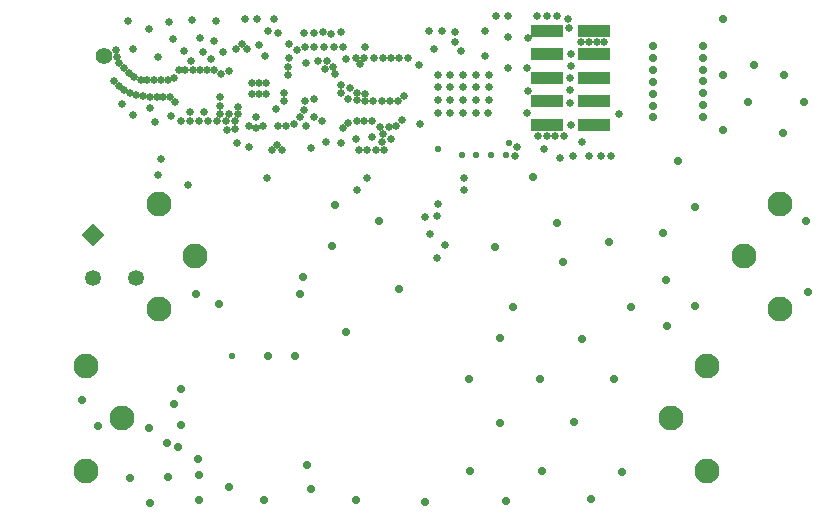
<source format=gbs>
G04 Layer_Color=16711935*
%FSLAX25Y25*%
%MOIN*%
G70*
G01*
G75*
%ADD91C,0.02172*%
%ADD92C,0.05321*%
%ADD93P,0.07525X4X360.0*%
%ADD94C,0.00400*%
%ADD95C,0.05518*%
%ADD96C,0.08274*%
%ADD97C,0.02762*%
%ADD98C,0.02762*%
%ADD99C,0.02565*%
%ADD100C,0.02565*%
%ADD101R,0.10636X0.04337*%
D91*
X219019Y182362D02*
D03*
X242641Y184331D02*
D03*
X241460Y180394D02*
D03*
X236736D02*
D03*
X231618D02*
D03*
X226893D02*
D03*
X150350Y113268D02*
D03*
D92*
X118130Y139386D02*
D03*
X103988D02*
D03*
D93*
Y153528D02*
D03*
D94*
X142378Y115138D02*
D03*
X79740Y177775D02*
D03*
Y115138D02*
D03*
X142378Y177775D02*
D03*
D95*
X107437Y213386D02*
D03*
D96*
X126020Y128957D02*
D03*
Y163957D02*
D03*
X333028Y128957D02*
D03*
Y163957D02*
D03*
X321020Y146457D02*
D03*
X138028D02*
D03*
X308539Y110020D02*
D03*
Y75020D02*
D03*
X101532Y110020D02*
D03*
Y75020D02*
D03*
X113539Y92520D02*
D03*
X296532D02*
D03*
D97*
X105744Y90039D02*
D03*
X100429Y98701D02*
D03*
X295232Y123110D02*
D03*
X116177Y72480D02*
D03*
X122988Y64095D02*
D03*
X149406Y69606D02*
D03*
X176728Y69055D02*
D03*
X173972Y139449D02*
D03*
X172831Y133780D02*
D03*
X183579Y150079D02*
D03*
X138264Y133819D02*
D03*
X130902Y97323D02*
D03*
X133185Y90118D02*
D03*
X162279Y113110D02*
D03*
X294917Y138583D02*
D03*
X267004Y118976D02*
D03*
X243894Y129606D02*
D03*
X269917Y65512D02*
D03*
X264248Y91102D02*
D03*
X277673Y105748D02*
D03*
X252988D02*
D03*
X229248Y105630D02*
D03*
X253500Y74882D02*
D03*
X229720Y74803D02*
D03*
X333894Y187441D02*
D03*
X334209Y206850D02*
D03*
X341098Y198071D02*
D03*
X322358Y197756D02*
D03*
X313815Y206968D02*
D03*
X324248Y210118D02*
D03*
X313815Y188465D02*
D03*
Y225472D02*
D03*
X175127Y76917D02*
D03*
X133146Y102317D02*
D03*
X139091Y79011D02*
D03*
X122752Y89291D02*
D03*
X298854Y178307D02*
D03*
X132358Y82992D02*
D03*
X128539Y84252D02*
D03*
X129051Y72913D02*
D03*
X145823Y130748D02*
D03*
X184500Y163500D02*
D03*
X260641Y144734D02*
D03*
X258447Y157702D02*
D03*
X238099Y149522D02*
D03*
X275803Y151318D02*
D03*
X206080Y135558D02*
D03*
X199397Y158400D02*
D03*
X250567Y173063D02*
D03*
D98*
X283185Y129606D02*
D03*
X188303Y121221D02*
D03*
X239642Y119095D02*
D03*
X241453Y64882D02*
D03*
X280114Y74528D02*
D03*
X139130Y65236D02*
D03*
X161098Y65197D02*
D03*
X191453Y65315D02*
D03*
X139209Y73740D02*
D03*
X214602Y64646D02*
D03*
X239524Y90827D02*
D03*
X304720Y129764D02*
D03*
X294091Y154409D02*
D03*
X304563Y162835D02*
D03*
X342201Y134488D02*
D03*
X341768Y158346D02*
D03*
X171343Y113164D02*
D03*
X290519Y192761D02*
D03*
Y196737D02*
D03*
Y200714D02*
D03*
Y204690D02*
D03*
Y208667D02*
D03*
Y212643D02*
D03*
Y216619D02*
D03*
X307135Y216693D02*
D03*
Y212716D02*
D03*
Y208740D02*
D03*
Y204764D02*
D03*
Y200787D02*
D03*
Y196811D02*
D03*
Y192834D02*
D03*
D99*
X263101Y201880D02*
D03*
X245397Y182756D02*
D03*
X276500Y180000D02*
D03*
X255396Y226591D02*
D03*
X258481Y226454D02*
D03*
X262167Y225526D02*
D03*
X252090Y226457D02*
D03*
X262759Y222526D02*
D03*
X212720Y210315D02*
D03*
X242248Y209331D02*
D03*
X263115Y209810D02*
D03*
X219019Y206772D02*
D03*
X222956D02*
D03*
X219019Y202835D02*
D03*
Y198504D02*
D03*
Y194173D02*
D03*
X222956Y198504D02*
D03*
Y194173D02*
D03*
Y202835D02*
D03*
X227287Y206772D02*
D03*
Y202835D02*
D03*
Y198504D02*
D03*
Y194173D02*
D03*
X231618Y206772D02*
D03*
X235948D02*
D03*
X231618Y202835D02*
D03*
X235948D02*
D03*
X231618Y198504D02*
D03*
X235948D02*
D03*
X231618Y194173D02*
D03*
X235555D02*
D03*
X133389Y191614D02*
D03*
X136342D02*
D03*
X139295D02*
D03*
X142248D02*
D03*
X145200D02*
D03*
X148153D02*
D03*
X151106D02*
D03*
Y189055D02*
D03*
X163507Y181969D02*
D03*
X155830Y182953D02*
D03*
X189098Y190827D02*
D03*
X174728Y198307D02*
D03*
X177484Y198898D02*
D03*
X174334Y195158D02*
D03*
X172956Y192795D02*
D03*
X170988Y190630D02*
D03*
X186539Y184331D02*
D03*
X196972Y191418D02*
D03*
X206815Y192008D02*
D03*
X212917Y190630D02*
D03*
X194610Y200670D02*
D03*
X191854Y198504D02*
D03*
X191460Y185709D02*
D03*
X186539Y203622D02*
D03*
X161539Y204213D02*
D03*
Y200670D02*
D03*
X159177D02*
D03*
X156815D02*
D03*
X149334Y193780D02*
D03*
X146185Y199488D02*
D03*
Y196536D02*
D03*
X149137Y208150D02*
D03*
X147366Y214449D02*
D03*
X146185Y193977D02*
D03*
X141066Y194567D02*
D03*
X142051Y208740D02*
D03*
X146578Y207362D02*
D03*
X143429Y212284D02*
D03*
X144413Y208544D02*
D03*
X139689Y208740D02*
D03*
X134767D02*
D03*
X144413Y218189D02*
D03*
X221254Y150250D02*
D03*
X132602Y208740D02*
D03*
X137129D02*
D03*
X140476Y214646D02*
D03*
X136539Y211693D02*
D03*
X130633Y218977D02*
D03*
X117248Y215433D02*
D03*
X162129Y221732D02*
D03*
X177681Y216221D02*
D03*
X208783Y212677D02*
D03*
X164295Y225473D02*
D03*
X154452D02*
D03*
X168232Y190040D02*
D03*
X194413Y191614D02*
D03*
X224531Y221339D02*
D03*
X129999Y193334D02*
D03*
X113683Y197130D02*
D03*
X117146Y193734D02*
D03*
X122940Y196065D02*
D03*
X124538Y191335D02*
D03*
X218754Y145750D02*
D03*
X216254Y153750D02*
D03*
X148500Y188500D02*
D03*
X165082Y195551D02*
D03*
X167051Y181772D02*
D03*
X165279Y183544D02*
D03*
X218754Y159750D02*
D03*
X177484Y192795D02*
D03*
X165673Y190040D02*
D03*
X159177Y204213D02*
D03*
X199728Y189449D02*
D03*
X202484D02*
D03*
X204846Y189843D02*
D03*
X197366Y198110D02*
D03*
X200122D02*
D03*
X202878D02*
D03*
X205633D02*
D03*
X207602Y200079D02*
D03*
X194610Y198110D02*
D03*
X191854Y191418D02*
D03*
X191657Y212677D02*
D03*
X189098Y198898D02*
D03*
X192051Y200866D02*
D03*
X193035Y210709D02*
D03*
X194413Y212677D02*
D03*
X197759D02*
D03*
X200515D02*
D03*
X203271D02*
D03*
X206027D02*
D03*
X174925Y210906D02*
D03*
X186539Y201063D02*
D03*
X174137Y220945D02*
D03*
X152287Y196339D02*
D03*
Y193780D02*
D03*
X273350Y179803D02*
D03*
X269216D02*
D03*
X263901D02*
D03*
X259746Y179288D02*
D03*
X244610Y180000D02*
D03*
X200122Y184725D02*
D03*
X200515Y187087D02*
D03*
X192641Y181969D02*
D03*
X136342Y194567D02*
D03*
X115476Y224882D02*
D03*
X134177Y215040D02*
D03*
X196775Y186103D02*
D03*
X242248Y219567D02*
D03*
X234767Y221536D02*
D03*
X220200Y221732D02*
D03*
X186539Y221339D02*
D03*
X180633Y221142D02*
D03*
X183389Y220748D02*
D03*
X171972Y215236D02*
D03*
X158586Y225670D02*
D03*
X258103Y186436D02*
D03*
X261049D02*
D03*
X161342Y213268D02*
D03*
X136933Y225276D02*
D03*
X180240Y191614D02*
D03*
X181618Y184725D02*
D03*
X195397Y181969D02*
D03*
X198153D02*
D03*
X200909D02*
D03*
X122563Y222323D02*
D03*
X139689Y219370D02*
D03*
X144807Y224882D02*
D03*
X129255Y224685D02*
D03*
X125712Y213071D02*
D03*
X187129Y216221D02*
D03*
X184177D02*
D03*
X181027D02*
D03*
X156815Y204213D02*
D03*
X189492Y202638D02*
D03*
X183783Y209528D02*
D03*
X169216Y212481D02*
D03*
X187129Y189252D02*
D03*
X174728Y216221D02*
D03*
X177484Y220945D02*
D03*
X159374Y216811D02*
D03*
X169019Y209725D02*
D03*
X179059Y211496D02*
D03*
X182011D02*
D03*
X181224Y208937D02*
D03*
X184570Y207166D02*
D03*
X169019Y206969D02*
D03*
X174925Y189843D02*
D03*
X216067Y221732D02*
D03*
X248585Y194321D02*
D03*
X248792Y201643D02*
D03*
X263205Y190245D02*
D03*
X217444Y215630D02*
D03*
X194610Y216221D02*
D03*
X238311Y226457D02*
D03*
X203271Y185512D02*
D03*
X242248Y226457D02*
D03*
X224531Y217795D02*
D03*
X156027Y190040D02*
D03*
X176696Y182559D02*
D03*
X234570Y213268D02*
D03*
X167641Y200866D02*
D03*
X169216Y217402D02*
D03*
X165673Y220945D02*
D03*
X226500Y214843D02*
D03*
X167641Y198110D02*
D03*
X158192Y192992D02*
D03*
X188114Y212284D02*
D03*
X158389Y189252D02*
D03*
X160752Y190040D02*
D03*
X153468Y217205D02*
D03*
X155240Y215630D02*
D03*
X151696D02*
D03*
X218791Y163809D02*
D03*
X214655Y159698D02*
D03*
X152090Y184134D02*
D03*
X135763Y170318D02*
D03*
X126574Y178816D02*
D03*
X248668Y209256D02*
D03*
X263107Y213969D02*
D03*
X274391Y217818D02*
D03*
X248941Y219370D02*
D03*
X254317Y182308D02*
D03*
X262947Y205967D02*
D03*
X272029Y217818D02*
D03*
X269273D02*
D03*
X266517D02*
D03*
X263050Y197520D02*
D03*
X279156Y193831D02*
D03*
X267086Y184725D02*
D03*
X252212Y186436D02*
D03*
X255158D02*
D03*
D100*
X111765Y215174D02*
D03*
X112100Y212933D02*
D03*
X112728Y210757D02*
D03*
X114330Y209155D02*
D03*
X115931Y207553D02*
D03*
X117703Y206141D02*
D03*
X119811Y205312D02*
D03*
X122073Y205180D02*
D03*
X124338D02*
D03*
X126603D02*
D03*
X128869D02*
D03*
X131039Y205830D02*
D03*
X131132Y197991D02*
D03*
X129647Y199702D02*
D03*
X127382D02*
D03*
X125116D02*
D03*
X122851D02*
D03*
X120587Y199766D02*
D03*
X118346Y200100D02*
D03*
X116198Y200821D02*
D03*
X114210Y201906D02*
D03*
X112443Y203324D02*
D03*
X110826Y204910D02*
D03*
X227493Y168557D02*
D03*
X192045D02*
D03*
X227481Y172632D02*
D03*
X195330D02*
D03*
X161845D02*
D03*
X125752Y173742D02*
D03*
D101*
X270988Y221732D02*
D03*
X255240D02*
D03*
X270988Y213858D02*
D03*
X255240D02*
D03*
X270988Y205984D02*
D03*
X255240D02*
D03*
X270988Y198110D02*
D03*
X255240D02*
D03*
X270988Y190236D02*
D03*
X255240D02*
D03*
M02*

</source>
